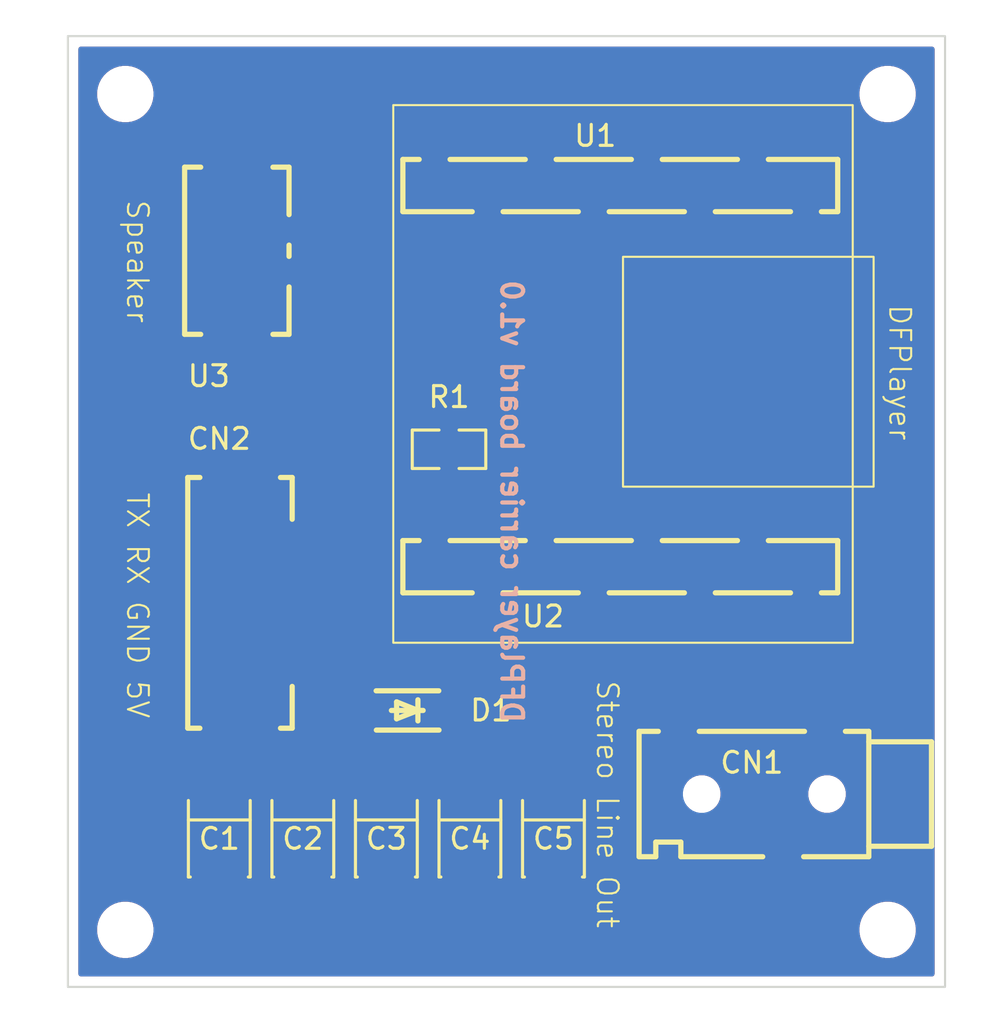
<source format=kicad_pcb>
(kicad_pcb
    (version 20241229)
    (generator "pcbnew")
    (generator_version "9.0")
    (general
        (thickness 1.600198)
        (legacy_teardrops no)
    )
    (paper "A4")
    (layers
        (0 "F.Cu" signal "Front")
        (4 "In1.Cu" signal)
        (6 "In2.Cu" signal)
        (2 "B.Cu" signal "Back")
        (13 "F.Paste" user)
        (15 "B.Paste" user)
        (5 "F.SilkS" user "F.Silkscreen")
        (7 "B.SilkS" user "B.Silkscreen")
        (1 "F.Mask" user)
        (3 "B.Mask" user)
        (25 "Edge.Cuts" user)
        (27 "Margin" user)
        (31 "F.CrtYd" user "F.Courtyard")
        (29 "B.CrtYd" user "B.Courtyard")
        (35 "F.Fab" user)
    )
    (setup
        (stackup
            (layer "F.SilkS"
                (type "Top Silk Screen")
            )
            (layer "F.Paste"
                (type "Top Solder Paste")
            )
            (layer "F.Mask"
                (type "Top Solder Mask")
                (thickness 0.01)
            )
            (layer "F.Cu"
                (type "copper")
                (thickness 0.035)
            )
            (layer "dielectric 1"
                (type "core")
                (thickness 0.480066)
                (material "FR4")
                (epsilon_r 4.5)
                (loss_tangent 0.02)
            )
            (layer "In1.Cu"
                (type "copper")
                (thickness 0.035)
            )
            (layer "dielectric 2"
                (type "prepreg")
                (thickness 0.480066)
                (material "FR4")
                (epsilon_r 4.5)
                (loss_tangent 0.02)
            )
            (layer "In2.Cu"
                (type "copper")
                (thickness 0.035)
            )
            (layer "dielectric 3"
                (type "core")
                (thickness 0.480066)
                (material "FR4")
                (epsilon_r 4.5)
                (loss_tangent 0.02)
            )
            (layer "B.Cu"
                (type "copper")
                (thickness 0.035)
            )
            (layer "B.Mask"
                (type "Bottom Solder Mask")
                (thickness 0.01)
            )
            (layer "B.Paste"
                (type "Bottom Solder Paste")
            )
            (layer "B.SilkS"
                (type "Bottom Silk Screen")
            )
            (copper_finish "None")
            (dielectric_constraints no)
        )
        (pad_to_mask_clearance 0)
        (solder_mask_min_width 0.12)
        (allow_soldermask_bridges_in_footprints no)
        (tenting front back)
        (pcbplotparams
            (layerselection 0x00000000_00000000_55555555_57557523)
            (plot_on_all_layers_selection 0x00000000_00000000_00000000_00000000)
            (disableapertmacros no)
            (usegerberextensions yes)
            (usegerberattributes no)
            (usegerberadvancedattributes no)
            (creategerberjobfile no)
            (dashed_line_dash_ratio 12)
            (dashed_line_gap_ratio 3)
            (svgprecision 4)
            (plotframeref no)
            (mode 1)
            (useauxorigin no)
            (hpglpennumber 1)
            (hpglpenspeed 20)
            (hpglpendiameter 15)
            (pdf_front_fp_property_popups yes)
            (pdf_back_fp_property_popups yes)
            (pdf_metadata yes)
            (pdf_single_document no)
            (dxfpolygonmode yes)
            (dxfimperialunits yes)
            (dxfusepcbnewfont yes)
            (psnegative no)
            (psa4output no)
            (plot_black_and_white yes)
            (plotinvisibletext no)
            (sketchpadsonfab no)
            (plotreference yes)
            (plotvalue yes)
            (plotpadnumbers no)
            (hidednponfab no)
            (sketchdnponfab yes)
            (crossoutdnponfab yes)
            (plotfptext yes)
            (subtractmaskfromsilk yes)
            (outputformat 1)
            (mirror no)
            (drillshape 0)
            (scaleselection 1)
            (outputdirectory "../../build/builds/JLPCB/")
        )
    )
    (net 0 "")
    (net 1 "_4")
    (net 2 "ADKEY_1")
    (net 3 "_6")
    (net 4 "ADKEY_2")
    (net 5 "_3")
    (net 6 "_5")
    (net 7 "USB_P")
    (net 8 "BUSY")
    (net 9 "IO_1")
    (net 10 "VCC")
    (net 11 "IO_2")
    (net 12 "df_header_left-RX")
    (net 13 "DAC_R")
    (net 14 "USB_M")
    (net 15 "DAC_L")
    (net 16 "SPK_1")
    (net 17 "SPK_2")
    (net 18 "footprint-RX")
    (net 19 "TX")
    (net 20 "GND")
    (net 21 "plus")
    (net 22 "footprint-contact-3")
    (net 23 "net")
    (net 24 "footprint-contact-2")
    (net 25 "footprint-contact-1")
    (net 26 "footprint-contact-0")
    (footprint "AVX_TAJB107K006RNJ:CASE-B_3528" (layer "F.Cu") (at 140.5 114.64 -90))
    (footprint "AVX_TAJB107K006RNJ:CASE-B_3528" (layer "F.Cu") (at 148.5 114.64 -90))
    (footprint "hanxia_HX_PM2_54_1x8P_TP_H8_5_YQ:HDR-SMD_8P-P2.54-V-F-S4.7" (layer "F.Cu") (at 151.7 83.38 0))
    (footprint "AVX_TAJB107K006RNJ:CASE-B_3528" (layer "F.Cu") (at 136.5 114.64 -90))
    (footprint "JST_Sales_America_B4B_PH_SM4_TB_LF__SN:CONN-SMD_B4B-PH-SM4-TB-LF-SN" (layer "F.Cu") (at 134.66 103.35 -90))
    (footprint "AVX_TAJB107K006RNJ:CASE-B_3528" (layer "F.Cu") (at 144.5 114.64 -90))
    (footprint "MDD_Microdiode_Electronics_SM4007PL:SOD-123F_L2.8-W1.8-LS3.7-RD" (layer "F.Cu") (at 141.5 108.5 180))
    (footprint "UNI_ROYAL_0805W8F1001T5E:R0805" (layer "F.Cu") (at 143.5 96 0))
    (footprint "AVX_TAJB107K006RNJ:CASE-B_3528" (layer "F.Cu") (at 132.5 114.64 -90))
    (footprint "MountingHole:MountingHole_2.2mm_M2" (layer "F.Cu") (at 164.5 119 0))
    (footprint "hanxia_HX_PM2_54_1x8P_TP_H8_5_YQ:HDR-SMD_8P-P2.54-V-F-S4.7" (layer "F.Cu") (at 151.7 101.62 0))
    (footprint "MountingHole:MountingHole_2.2mm_M2" (layer "F.Cu") (at 128 119 0))
    (footprint "JST_Sales_America_B2B_PH_SM4_TBT_LF__SN:CONN-SMD_B2B-PH-SM4-TBT-LF-SN" (layer "F.Cu") (at 134.47 86.5 90))
    (footprint "MountingHole:MountingHole_2.2mm_M2" (layer "F.Cu") (at 164.5 79 0))
    (footprint "SOFNG_PJ_320B:AUDIO-SMD_PJ-320B" (layer "F.Cu") (at 158 112.5 -90))
    (footprint "MountingHole:MountingHole_2.2mm_M2" (layer "F.Cu") (at 128 79 0))
    (zone
        (net 20)
        (net_name "GND")
        (layers "F.Cu")
        (uuid "c9675989-42a9-4289-afaf-4cc100163b28")
        (name "GND")
        (hatch edge 0.5)
        (connect_pads
            (clearance 0.5)
        )
        (min_thickness 0.25)
        (filled_areas_thickness no)
        (fill yes
            (thermal_gap 0.5)
            (thermal_bridge_width 0.5)
        )
        (polygon
            (pts
                (xy 123.25 75)
                (xy 168.75 75)
                (xy 168.75 123)
                (xy 123.25 123)
            )
        )
        (filled_polygon
            (layer "F.Cu")
            (pts
                (xy 166.692539 76.750185)
                (xy 166.738294 76.802989)
                (xy 166.7495 76.8545)
                (xy 166.7495 121.1055)
                (xy 166.729815 121.172539)
                (xy 166.677011 121.218294)
                (xy 166.6255 121.2295)
                (xy 125.8745 121.2295)
                (xy 125.807461 121.209815)
                (xy 125.761706 121.157011)
                (xy 125.7505 121.1055)
                (xy 125.7505 120.958053)
                (xy 131.897849 120.958053)
                (xy 146.354592 120.958053)
                (xy 146.354592 118.893713)
                (xy 163.1495 118.893713)
                (xy 163.1495 119.106286)
                (xy 163.182753 119.316239)
                (xy 163.248444 119.518414)
                (xy 163.344951 119.70782)
                (xy 163.46989 119.879786)
                (xy 163.620213 120.030109)
                (xy 163.792179 120.155048)
                (xy 163.792181 120.155049)
                (xy 163.792184 120.155051)
                (xy 163.981588 120.251557)
                (xy 164.183757 120.317246)
                (xy 164.393713 120.3505)
                (xy 164.393714 120.3505)
                (xy 164.606286 120.3505)
                (xy 164.606287 120.3505)
                (xy 164.816243 120.317246)
                (xy 165.018412 120.251557)
                (xy 165.207816 120.155051)
                (xy 165.229789 120.139086)
                (xy 165.379786 120.030109)
                (xy 165.379788 120.030106)
                (xy 165.379792 120.030104)
                (xy 165.530104 119.879792)
                (xy 165.530106 119.879788)
                (xy 165.530109 119.879786)
                (xy 165.655048 119.70782)
                (xy 165.655047 119.70782)
                (xy 165.655051 119.707816)
                (xy 165.751557 119.518412)
                (xy 165.817246 119.316243)
                (xy 165.8505 119.106287)
                (xy 165.8505 118.893713)
                (xy 165.817246 118.683757)
                (xy 165.751557 118.481588)
                (xy 165.655051 118.292184)
                (xy 165.655049 118.292181)
                (xy 165.655048 118.292179)
                (xy 165.530109 118.120213)
                (xy 165.379786 117.96989)
                (xy 165.20782 117.844951)
                (xy 165.018414 117.748444)
                (xy 165.018413 117.748443)
                (xy 165.018412 117.748443)
                (xy 164.816243 117.682754)
                (xy 164.816241 117.682753)
                (xy 164.81624 117.682753)
                (xy 164.654957 117.657208)
                (xy 164.606287 117.6495)
                (xy 164.393713 117.6495)
                (xy 164.345042 117.657208)
                (xy 164.18376 117.682753)
                (xy 163.981585 117.748444)
                (xy 163.792179 117.844951)
                (xy 163.620213 117.96989)
                (xy 163.46989 118.120213)
                (xy 163.344951 118.292179)
                (xy 163.248444 118.481585)
                (xy 163.182753 118.68376)
                (xy 163.1495 118.893713)
                (xy 146.354592 118.893713)
                (xy 146.354592 118.143129)
                (xy 131.897849 118.143129)
                (xy 131.897849 120.958053)
                (xy 125.7505 120.958053)
                (xy 125.7505 118.893713)
                (xy 126.6495 118.893713)
                (xy 126.6495 119.106286)
                (xy 126.682753 119.316239)
                (xy 126.748444 119.518414)
                (xy 126.844951 119.70782)
                (xy 126.96989 119.879786)
                (xy 127.120213 120.030109)
                (xy 127.292179 120.155048)
                (xy 127.292181 120.155049)
                (xy 127.292184 120.155051)
                (xy 127.481588 120.251557)
                (xy 127.683757 120.317246)
                (xy 127.893713 120.3505)
                (xy 127.893714 120.3505)
                (xy 128.106286 120.3505)
                (xy 128.106287 120.3505)
                (xy 128.316243 120.317246)
                (xy 128.518412 120.251557)
                (xy 128.707816 120.155051)
                (xy 128.729789 120.139086)
                (xy 128.879786 120.030109)
                (xy 128.879788 120.030106)
                (xy 128.879792 120.030104)
                (xy 129.030104 119.879792)
                (xy 129.030106 119.879788)
                (xy 129.030109 119.879786)
                (xy 129.155048 119.70782)
                (xy 129.155047 119.70782)
                (xy 129.155051 119.707816)
                (xy 129.251557 119.518412)
                (xy 129.317246 119.316243)
                (xy 129.3505 119.106287)
                (xy 129.3505 118.893713)
                (xy 129.317246 118.683757)
                (xy 129.251557 118.481588)
                (xy 129.155051 118.292184)
                (xy 129.118829 118.242328)
                (xy 129.062397 118.164655)
                (xy 129.062394 118.164652)
                (xy 129.046757 118.143129)
                (xy 129.030104 118.120208)
                (xy 128.879792 117.969896)
                (xy 128.879786 117.96989)
                (xy 128.70782 117.844951)
                (xy 128.518414 117.748444)
                (xy 128.518413 117.748443)
                (xy 128.518412 117.748443)
                (xy 128.316243 117.682754)
                (xy 128.316241 117.682753)
                (xy 128.31624 117.682753)
                (xy 128.154957 117.657208)
                (xy 128.106287 117.6495)
                (xy 127.893713 117.6495)
                (xy 127.845042 117.657208)
                (xy 127.68376 117.682753)
                (xy 127.481585 117.748444)
                (xy 127.292179 117.844951)
                (xy 127.120213 117.96989)
                (xy 126.96989 118.120213)
                (xy 126.844951 118.292179)
                (xy 126.748444 118.481585)
                (xy 126.682753 118.68376)
                (xy 126.6495 118.893713)
                (xy 125.7505 118.893713)
                (xy 125.7505 117.302844)
                (xy 130.81 117.302844)
                (xy 130.816401 117.362372)
                (xy 130.816403 117.362379)
                (xy 130.866645 117.497086)
                (xy 130.866649 117.497093)
                (xy 130.952809 117.612187)
                (xy 130.952812 117.61219)
                (xy 131.067906 117.69835)
                (xy 131.067913 117.698354)
                (xy 131.20262 117.748596)
                (xy 131.202627 117.748598)
                (xy 131.262155 117.754999)
                (xy 131.262172 117.755)
                (xy 132.25 117.755)
                (xy 132.75 117.755)
                (xy 133.737828 117.755)
                (xy 133.737844 117.754999)
                (xy 133.797372 117.748598)
                (xy 133.797379 117.748596)
                (xy 133.932086 117.698354)
                (xy 133.932093 117.69835)
                (xy 134.047187 117.61219)
                (xy 134.04719 117.612187)
                (xy 134.13335 117.497093)
                (xy 134.133354 117.497086)
                (xy 134.183596 117.362379)
                (xy 134.183598 117.362372)
                (xy 134.189999 117.302844)
                (xy 134.81 117.302844)
                (xy 134.816401 117.362372)
                (xy 134.816403 117.362379)
                (xy 134.866645 117.497086)
                (xy 134.866649 117.497093)
                (xy 134.952809 117.612187)
                (xy 134.952812 117.61219)
                (xy 135.067906 117.69835)
                (xy 135.067913 117.698354)
                (xy 135.20262 117.748596)
                (xy 135.202627 117.748598)
                (xy 135.262155 117.754999)
                (xy 135.262172 117.755)
                (xy 136.25 117.755)
                (xy 136.75 117.755)
                (xy 137.737828 117.755)
                (xy 137.737844 117.754999)
                (xy 137.797372 117.748598)
                (xy 137.797379 117.748596)
                (xy 137.932086 117.698354)
                (xy 137.932093 117.69835)
                (xy 138.047187 117.61219)
                (xy 138.04719 117.612187)
                (xy 138.13335 117.497093)
                (xy 138.133354 117.497086)
                (xy 138.183596 117.362379)
                (xy 138.183598 117.362372)
                (xy 138.189999 117.302844)
                (xy 138.81 117.302844)
                (xy 138.816401 117.362372)
                (xy 138.816403 117.362379)
                (xy 138.866645 117.497086)
                (xy 138.866649 117.497093)
                (xy 138.952809 117.612187)
                (xy 138.952812 117.61219)
                (xy 139.067906 117.69835)
                (xy 139.067913 117.698354)
                (xy 139.20262 117.748596)
                (xy 139.202627 117.748598)
                (xy 139.262155 117.754999)
                (xy 139.262172 117.755)
                (xy 140.25 117.755)
                (xy 140.75 117.755)
                (xy 141.737828 117.755)
                (xy 141.737844 117.754999)
                (xy 141.797372 117.748598)
                (xy 141.797379 117.748596)
                (xy 141.932086 117.698354)
                (xy 141.932093 117.69835)
                (xy 142.047187 117.61219)
                (xy 142.04719 117.612187)
                (xy 142.13335 117.497093)
                (xy 142.133354 117.497086)
                (xy 142.183596 117.362379)
                (xy 142.183598 117.362372)
                (xy 142.189999 117.302844)
                (xy 142.81 117.302844)
                (xy 142.816401 117.362372)
                (xy 142.816403 117.362379)
                (xy 142.866645 117.497086)
                (xy 142.866649 117.497093)
                (xy 142.952809 117.612187)
                (xy 142.952812 117.61219)
                (xy 143.067906 117.69835)
                (xy 143.067913 117.698354)
                (xy 143.20262 117.748596)
                (xy 143.202627 117.748598)
                (xy 143.262155 117.754999)
                (xy 143.262172 117.755)
                (xy 144.25 117.755)
                (xy 144.75 117.755)
                (xy 145.737828 117.755)
                (xy 145.737844 117.754999)
                (xy 145.797372 117.748598)
                (xy 145.797379 117.748596)
                (xy 145.932086 117.698354)
                (xy 145.932093 117.69835)
                (xy 146.047187 117.61219)
                (xy 146.04719 117.612187)
                (xy 146.13335 117.497093)
                (xy 146.133354 117.497086)
                (xy 146.183596 117.362379)
                (xy 146.183598 117.362372)
                (xy 146.189999 117.302844)
                (xy 146.81 117.302844)
                (xy 146.816401 117.362372)
                (xy 146.816403 117.362379)
                (xy 146.866645 117.497086)
                (xy 146.866649 117.497093)
                (xy 146.952809 117.612187)
                (xy 146.952812 117.61219)
                (xy 147.067906 117.69835)
                (xy 147.067913 117.698354)
                (xy 147.20262 117.748596)
                (xy 147.202627 117.748598)
                (xy 147.262155 117.754999)
                (xy 147.262172 117.755)
                (xy 148.25 117.755)
                (xy 148.75 117.755)
                (xy 149.737828 117.755)
                (xy 149.737844 117.754999)
                (xy 149.797372 117.748598)
                (xy 149.797379 117.748596)
                (xy 149.932086 117.698354)
                (xy 149.932093 117.69835)
                (xy 150.047187 117.61219)
                (xy 150.04719 117.612187)
                (xy 150.13335 117.497093)
                (xy 150.133354 117.497086)
                (xy 150.183596 117.362379)
                (xy 150.183598 117.362372)
                (xy 150.189999 117.302844)
                (xy 150.19 117.302827)
                (xy 150.19 116.75)
                (xy 148.75 116.75)
                (xy 148.75 117.755)
                (xy 148.25 117.755)
                (xy 148.25 116.75)
                (xy 146.81 116.75)
                (xy 146.81 117.302844)
                (xy 146.189999 117.302844)
                (xy 146.19 117.302827)
                (xy 146.19 116.75)
                (xy 144.75 116.75)
                (xy 144.75 117.755)
                (xy 144.25 117.755)
                (xy 144.25 116.75)
                (xy 142.81 116.75)
                (xy 142.81 117.302844)
                (xy 142.189999 117.302844)
                (xy 142.19 117.302827)
                (xy 142.19 116.75)
                (xy 140.75 116.75)
                (xy 140.75 117.755)
                (xy 140.25 117.755)
                (xy 140.25 116.75)
                (xy 138.81 116.75)
                (xy 138.81 117.302844)
                (xy 138.189999 117.302844)
                (xy 138.19 117.302827)
                (xy 138.19 116.75)
                (xy 136.75 116.75)
                (xy 136.75 117.755)
                (xy 136.25 117.755)
                (xy 136.25 116.75)
                (xy 134.81 116.75)
                (xy 134.81 117.302844)
                (xy 134.189999 117.302844)
                (xy 134.19 117.302827)
                (xy 134.19 116.75)
                (xy 132.75 116.75)
                (xy 132.75 117.755)
                (xy 132.25 117.755)
                (xy 132.25 116.75)
                (xy 130.81 116.75)
                (xy 130.81 117.302844)
                (xy 125.7505 117.302844)
                (xy 125.7505 115.697155)
                (xy 130.81 115.697155)
                (xy 130.81 116.25)
                (xy 132.25 116.25)
                (xy 132.75 116.25)
                (xy 134.19 116.25)
                (xy 134.19 115.697172)
                (xy 134.189999 115.697155)
                (xy 134.81 115.697155)
                (xy 134.81 116.25)
                (xy 136.25 116.25)
                (xy 136.75 116.25)
                (xy 138.19 116.25)
                (xy 138.19 115.697172)
                (xy 138.189999 115.697155)
                (xy 138.81 115.697155)
                (xy 138.81 116.25)
                (xy 140.25 116.25)
                (xy 140.75 116.25)
                (xy 142.19 116.25)
                (xy 142.19 115.697172)
                (xy 142.189999 115.697155)
                (xy 142.81 115.697155)
                (xy 142.81 116.25)
                (xy 144.25 116.25)
                (xy 144.75 116.25)
                (xy 146.19 116.25)
                (xy 146.19 115.697172)
                (xy 146.189999 115.697155)
                (xy 146.81 115.697155)
                (xy 146.81 116.25)
                (xy 148.25 116.25)
                (xy 148.75 116.25)
                (xy 150.19 116.25)
                (xy 150.19 115.697172)
                (xy 150.189999 115.697155)
                (xy 150.183598 115.637627)
                (xy 150.183596 115.63762)
                (xy 150.133354 115.502913)
                (xy 150.13335 115.502906)
                (xy 150.04719 115.387812)
                (xy 150.047187 115.387809)
                (xy 149.932093 115.301649)
                (xy 149.932086 115.301645)
                (xy 149.797379 115.251403)
                (xy 149.797372 115.251401)
                (xy 149.737844 115.245)
                (xy 148.75 115.245)
                (xy 148.75 116.25)
                (xy 148.25 116.25)
                (xy 148.25 115.245)
                (xy 147.262155 115.245)
                (xy 147.202627 115.251401)
                (xy 147.20262 115.251403)
                (xy 147.067913 115.301645)
                (xy 147.067906 115.301649)
                (xy 146.952812 115.387809)
                (xy 146.952809 115.387812)
                (xy 146.866649 115.502906)
                (xy 146.866645 115.502913)
                (xy 146.816403 115.63762)
                (xy 146.816401 115.637627)
                (xy 146.81 115.697155)
                (xy 146.189999 115.697155)
                (xy 146.183598 115.637627)
                (xy 146.183596 115.63762)
                (xy 146.133354 115.502913)
                (xy 146.13335 115.502906)
                (xy 146.04719 115.387812)
                (xy 146.047187 115.387809)
                (xy 145.932093 115.301649)
                (xy 145.932086 115.301645)
                (xy 145.797379 115.251403)
                (xy 145.797372 115.251401)
                (xy 145.737844 115.245)
                (xy 144.75 115.245)
                (xy 144.75 116.25)
                (xy 144.25 116.25)
                (xy 144.25 115.245)
                (xy 143.262155 115.245)
                (xy 143.202627 115.251401)
                (xy 143.20262 115.251403)
                (xy 143.067913 115.301645)
                (xy 143.067906 115.301649)
                (xy 142.952812 115.387809)
                (xy 142.952809 115.387812)
                (xy 142.866649 115.502906)
                (xy 142.866645 115.502913)
                (xy 142.816403 115.63762)
                (xy 142.816401 115.637627)
                (xy 142.81 115.697155)
                (xy 142.189999 115.697155)
                (xy 142.183598 115.637627)
                (xy 142.183596 115.63762)
                (xy 142.133354 115.502913)
                (xy 142.13335 115.502906)
                (xy 142.04719 115.387812)
                (xy 142.047187 115.387809)
                (xy 141.932093 115.301649)
                (xy 141.932086 115.301645)
                (xy 141.797379 115.251403)
                (xy 141.797372 115.251401)
                (xy 141.737844 115.245)
                (xy 140.75 115.245)
                (xy 140.75 116.25)
                (xy 140.25 116.25)
                (xy 140.25 115.245)
                (xy 139.262155 115.245)
                (xy 139.202627 115.251401)
                (xy 139.20262 115.251403)
                (xy 139.067913 115.301645)
                (xy 139.067906 115.301649)
                (xy 138.952812 115.387809)
                (xy 138.952809 115.387812)
                (xy 138.866649 115.502906)
                (xy 138.866645 115.502913)
                (xy 138.816403 115.63762)
                (xy 138.816401 115.637627)
                (xy 138.81 115.697155)
                (xy 138.189999 115.697155)
                (xy 138.183598 115.637627)
                (xy 138.183596 115.63762)
                (xy 138.133354 115.502913)
                (xy 138.13335 115.502906)
                (xy 138.04719 115.387812)
                (xy 138.047187 115.387809)
                (xy 137.932093 115.301649)
                (xy 137.932086 115.301645)
                (xy 137.797379 115.251403)
                (xy 137.797372 115.251401)
                (xy 137.737844 115.245)
                (xy 136.75 115.245)
                (xy 136.75 116.25)
                (xy 136.25 116.25)
                (xy 136.25 115.245)
                (xy 135.262155 115.245)
                (xy 135.202627 115.251401)
                (xy 135.20262 115.251403)
                (xy 135.067913 115.301645)
                (xy 135.067906 115.301649)
                (xy 134.952812 115.387809)
                (xy 134.952809 115.387812)
                (xy 134.866649 115.502906)
                (xy 134.866645 115.502913)
                (xy 134.816403 115.63762)
                (xy 134.816401 115.637627)
                (xy 134.81 115.697155)
                (xy 134.189999 115.697155)
                (xy 134.183598 115.637627)
                (xy 134.183596 115.63762)
                (xy 134.133354 115.502913)
                (xy 134.13335 115.502906)
                (xy 134.04719 115.387812)
                (xy 134.047187 115.387809)
                (xy 133.932093 115.301649)
                (xy 133.932086 115.301645)
                (xy 133.797379 115.251403)
                (xy 133.797372 115.251401)
                (xy 133.737844 115.245)
                (xy 132.75 115.245)
                (xy 132.75 116.25)
                (xy 132.25 116.25)
                (xy 132.25 115.245)
                (xy 131.262155 115.245)
                (xy 131.202627 115.251401)
                (xy 131.20262 115.251403)
                (xy 131.067913 115.301645)
                (xy 131.067906 115.301649)
                (xy 130.952812 115.387809)
                (xy 130.952809 115.387812)
                (xy 130.866649 115.502906)
                (xy 130.866645 115.502913)
                (xy 130.816403 115.63762)
                (xy 130.816401 115.637627)
                (xy 130.81 115.697155)
                (xy 125.7505 115.697155)
                (xy 125.7505 111.977135)
                (xy 130.8095 111.977135)
                (xy 130.8095 113.58287)
                (xy 130.809501 113.582876)
                (xy 130.815908 113.642483)
                (xy 130.866202 113.777328)
                (xy 130.866206 113.777335)
                (xy 130.952452 113.892544)
                (xy 130.952455 113.892547)
                (xy 131.067664 113.978793)
                (xy 131.067671 113.978797)
                (xy 131.202517 114.029091)
                (xy 131.202516 114.029091)
                (xy 131.209444 114.029835)
                (xy 131.262127 114.0355)
                (xy 133.737872 114.035499)
                (xy 133.797483 114.029091)
                (xy 133.932331 113.978796)
                (xy 134.047546 113.892546)
                (xy 134.133796 113.777331)
                (xy 134.184091 113.642483)
                (xy 134.1905 113.582873)
                (xy 134.1905 113.5645)
                (xy 134.210185 113.497461)
                (xy 134.262989 113.451706)
                (xy 134.3145 113.4405)
                (xy 134.685501 113.4405)
                (xy 134.75254 113.460185)
                (xy 134.798295 113.512989)
                (xy 134.809501 113.5645)
                (xy 134.809501 113.582876)
                (xy 134.815908 113.642483)
                (xy 134.866202 113.777328)
                (xy 134.866206 113.777335)
                (xy 134.952452 113.892544)
                (xy 134.952455 113.892547)
                (xy 135.067664 113.978793)
                (xy 135.067671 113.978797)
                (xy 135.202517 114.029091)
                (xy 135.202516 114.029091)
                (xy 135.209444 114.029835)
                (xy 135.262127 114.0355)
                (xy 137.737872 114.035499)
                (xy 137.797483 114.029091)
                (xy 137.932331 113.978796)
                (xy 138.047546 113.892546)
                (xy 138.133796 113.777331)
                (xy 138.184091 113.642483)
                (xy 138.1905 113.582873)
                (xy 138.1905 113.5645)
                (xy 138.210185 113.497461)
                (xy 138.262989 113.451706)
                (xy 138.3145 113.4405)
                (xy 138.685501 113.4405)
                (xy 138.75254 113.460185)
                (xy 138.798295 113.512989)
                (xy 138.809501 113.5645)
                (xy 138.809501 113.582876)
                (xy 138.815908 113.642483)
                (xy 138.866202 113.777328)
                (xy 138.866206 113.777335)
                (xy 138.952452 113.892544)
                (xy 138.952455 113.892547)
                (xy 139.067664 113.978793)
                (xy 139.067671 113.978797)
                (xy 139.202517 114.029091)
                (xy 139.202516 114.029091)
                (xy 139.209444 114.029835)
                (xy 139.262127 114.0355)
                (xy 141.737872 114.035499)
                (xy 141.797483 114.029091)
                (xy 141.932331 113.978796)
                (xy 142.047546 113.892546)
                (xy 142.133796 113.777331)
                (xy 142.184091 113.642483)
                (xy 142.1905 113.582873)
                (xy 142.1905 113.5645)
                (xy 142.210185 113.497461)
                (xy 142.262989 113.451706)
                (xy 142.3145 113.4405)
                (xy 142.685501 113.4405)
                (xy 142.75254 113.460185)
                (xy 142.798295 113.512989)
                (xy 142.809501 113.5645)
                (xy 142.809501 113.582876)
                (xy 142.815908 113.642483)
                (xy 142.866202 113.777328)
                (xy 142.866206 113.777335)
                (xy 142.952452 113.892544)
                (xy 142.952455 113.892547)
                (xy 143.067664 113.978793)
                (xy 143.067671 113.978797)
                (xy 143.202517 114.029091)
                (xy 143.202516 114.029091)
                (xy 143.209444 114.029835)
                (xy 143.262127 114.0355)
                (xy 145.737872 114.035499)
                (xy 145.797483 114.029091)
                (xy 145.932331 113.978796)
                (xy 146.047546 113.892546)
                (xy 146.133796 113.777331)
                (xy 146.140293 113.75991)
                (xy 146.177123 113.661167)
                (xy 146.218994 113.605233)
                (xy 146.284459 113.580816)
                (xy 146.293305 113.5805)
                (xy 146.706695 113.5805)
                (xy 146.773734 113.600185)
                (xy 146.819489 113.652989)
                (xy 146.822877 113.661167)
                (xy 146.866202 113.777328)
                (xy 146.866206 113.777335)
                (xy 146.952452 113.892544)
                (xy 146.952455 113.892547)
                (xy 147.067664 113.978793)
                (xy 147.067671 113.978797)
                (xy 147.202517 114.029091)
                (xy 147.202516 114.029091)
                (xy 147.209444 114.029835)
                (xy 147.262127 114.0355)
                (xy 149.737872 114.035499)
                (xy 149.797483 114.029091)
                (xy 149.932331 113.978796)
                (xy 150.047546 113.892546)
                (xy 150.133796 113.777331)
                (xy 150.184091 113.642483)
                (xy 150.1905 113.582873)
                (xy 150.190499 111.977128)
                (xy 150.184091 111.917517)
                (xy 150.177122 111.898833)
                (xy 150.133797 111.782671)
                (xy 150.133793 111.782664)
                (xy 150.047547 111.667455)
                (xy 150.047544 111.667452)
                (xy 149.932335 111.581206)
                (xy 149.932328 111.581202)
                (xy 149.797482 111.530908)
                (xy 149.797483 111.530908)
                (xy 149.737883 111.524501)
                (xy 149.737881 111.5245)
                (xy 149.737873 111.5245)
                (xy 149.737864 111.5245)
                (xy 147.262129 111.5245)
                (xy 147.262123 111.524501)
                (xy 147.202516 111.530908)
                (xy 147.067671 111.581202)
                (xy 147.067664 111.581206)
                (xy 146.952455 111.667452)
                (xy 146.952452 111.667455)
                (xy 146.866206 111.782664)
                (xy 146.866202 111.782671)
                (xy 146.822877 111.898833)
                (xy 146.781006 111.954767)
                (xy 146.715541 111.979184)
                (xy 146.706695 111.9795)
                (xy 146.293305 111.9795)
                (xy 146.226266 111.959815)
                (xy 146.180511 111.907011)
                (xy 146.177123 111.898833)
                (xy 146.133797 111.782671)
                (xy 146.133793 111.782664)
                (xy 146.047547 111.667455)
                (xy 146.047544 111.667452)
                (xy 145.932335 111.581206)
                (xy 145.932328 111.581202)
                (xy 145.797482 111.530908)
                (xy 145.797483 111.530908)
                (xy 145.737883 111.524501)
                (xy 145.737881 111.5245)
                (xy 145.737873 111.5245)
                (xy 145.737864 111.5245)
                (xy 143.262129 111.5245)
                (xy 143.262123 111.524501)
                (xy 143.194804 111.531738)
                (xy 143.194538 111.529267)
                (xy 143.136919 111.526166)
                (xy 143.080257 111.485286)
                (xy 143.054691 111.420261)
                (xy 143.068338 111.351737)
                (xy 143.090516 111.321561)
                (xy 143.671789 110.740289)
                (xy 143.759394 110.609179)
                (xy 143.819738 110.463497)
                (xy 143.8505 110.308842)
                (xy 143.8505 110.151157)
                (xy 143.8505 109.56232)
                (xy 143.870185 109.495281)
                (xy 143.900192 109.463051)
                (xy 143.907546 109.457546)
                (xy 143.993796 109.342331)
                (xy 144.044091 109.207483)
                (xy 144.0505 109.147873)
                (xy 144.050499 107.852128)
                (xy 144.044091 107.792517)
                (xy 144.029027 107.752129)
                (xy 143.993797 107.657671)
                (xy 143.993793 107.657664)
                (xy 143.907548 107.542457)
                (xy 143.907546 107.542454)
                (xy 143.907542 107.542451)
                (xy 143.90754 107.542449)
                (xy 143.900187 107.536944)
                (xy 143.858317 107.481009)
                (xy 143.8505 107.437679)
                (xy 143.8505 106.471157)
                (xy 143.844386 106.440424)
                (xy 143.844386 106.440421)
                (xy 143.819739 106.31651)
                (xy 143.819736 106.316501)
                (xy 143.759397 106.170827)
                (xy 143.75939 106.170814)
                (xy 143.671789 106.039711)
                (xy 143.671786 106.039707)
                (xy 143.646819 106.01474)
                (xy 143.613334 105.953417)
                (xy 143.6105 105.927059)
                (xy 143.6105 102.089805)
                (xy 143.630185 102.022766)
                (xy 143.660188 101.990539)
                (xy 143.677546 101.977546)
                (xy 143.763796 101.862331)
                (xy 143.814091 101.727483)
                (xy 143.8205 101.667873)
                (xy 143.820499 98.572128)
                (xy 143.814091 98.512517)
                (xy 143.809286 98.499635)
                (xy 143.763797 98.377671)
                (xy 143.763793 98.377664)
                (xy 143.677547 98.262455)
                (xy 143.677544 98.262452)
                (xy 143.562335 98.176206)
                (xy 143.562328 98.176202)
                (xy 143.427482 98.125908)
                (xy 143.427483 98.125908)
                (xy 143.367883 98.119501)
                (xy 143.367881 98.1195)
                (xy 143.367873 98.1195)
                (xy 143.367864 98.1195)
                (xy 142.252129 98.1195)
                (xy 142.252123 98.119501)
                (xy 142.192516 98.125908)
                (xy 142.057671 98.176202)
                (xy 142.057664 98.176206)
                (xy 141.942455 98.262452)
                (xy 141.942452 98.262455)
                (xy 141.856206 98.377664)
                (xy 141.856202 98.377671)
                (xy 141.840682 98.419284)
                (xy 141.798811 98.475218)
                (xy 141.733346 98.499635)
                (xy 141.665073 98.484783)
                (xy 141.615668 98.435378)
                (xy 141.6005 98.375951)
                (xy 141.6005 97.300097)
                (xy 141.609144 97.270656)
                (xy 141.615668 97.24067)
                (xy 141.619422 97.235654)
                (xy 141.620185 97.233058)
                (xy 141.636819 97.212416)
                (xy 141.652904 97.196331)
                (xy 141.714227 97.162846)
                (xy 141.783919 97.16783)
                (xy 141.827517 97.184091)
                (xy 141.887127 97.1905)
                (xy 143.112872 97.190499)
                (xy 143.172483 97.184091)
                (xy 143.307331 97.133796)
                (xy 143.422546 97.047546)
                (xy 143.422546 97.047545)
                (xy 143.425689 97.045193)
                (xy 143.491153 97.020776)
                (xy 143.559426 97.035627)
                (xy 143.574311 97.045193)
                (xy 143.577453 97.047545)
                (xy 143.577454 97.047546)
                (xy 143.692669 97.133796)
                (xy 143.692671 97.133797)
                (xy 143.827517 97.184091)
                (xy 143.827516 97.184091)
                (xy 143.834444 97.184835)
                (xy 143.887127 97.1905)
                (xy 144.7755 97.190499)
                (xy 144.842539 97.210183)
                (xy 144.888294 97.262987)
                (xy 144.8995 97.314499)
                (xy 144.8995 100.996573)
                (xy 144.879815 101.063612)
                (xy 144.827011 101.109367)
                (xy 144.788755 101.119863)
                (xy 144.732516 101.125909)
                (xy 144.597671 101.176202)
                (xy 144.597664 101.176206)
                (xy 144.482455 101.262452)
                (xy 144.482452 101.262455)
                (xy 144.396206 101.377664)
                (xy 144.396202 101.377671)
                (xy 144.345908 101.512517)
                (xy 144.339857 101.568806)
                (xy 144.339501 101.572123)
                (xy 144.3395 101.572135)
                (xy 144.3395 104.66787)
                (xy 144.339501 104.667876)
                (xy 144.345908 104.727483)
                (xy 144.396202 104.862328)
                (xy 144.396206 104.862335)
                (xy 144.482452 104.977544)
                (xy 144.482455 104.977547)
                (xy 144.597664 105.063793)
                (xy 144.597671 105.063797)
                (xy 144.732517 105.114091)
                (xy 144.732516 105.114091)
                (xy 144.739444 105.114835)
                (xy 144.792127 105.1205)
                (xy 145.907872 105.120499)
                (xy 145.967483 105.114091)
                (xy 146.102331 105.063796)
                (xy 146.217546 104.977546)
                (xy 146.303796 104.862331)
                (xy 146.354091 104.727483)
                (xy 146.3605 104.667873)
                (xy 146.360499 101.572128)
                (xy 146.354091 101.512517)
                (xy 146.346608 101.492455)
                (xy 146.303797 101.377671)
                (xy 146.303793 101.377664)
                (xy 146.217547 101.262455)
                (xy 146.21754 101.26245)
                (xy 146.200187 101.249459)
                (xy 146.150188 101.212029)
                (xy 146.108318 101.156095)
                (xy 146.1005 101.112763)
                (xy 146.1005 97.08906)
                (xy 146.100501 97.089047)
                (xy 146.100501 96.920944)
                (xy 146.059576 96.768214)
                (xy 146.059573 96.768209)
                (xy 145.980524 96.63129)
                (xy 145.980518 96.631282)
                (xy 145.601818 96.252582)
                (xy 145.568333 96.191259)
                (xy 145.565499 96.164901)
                (xy 145.565499 95.262129)
                (xy 145.565498 95.262123)
                (xy 145.565497 95.262116)
                (xy 145.559091 95.202517)
                (xy 145.513043 95.079057)
                (xy 145.508797 95.067671)
                (xy 145.508793 95.067664)
                (xy 145.422547 94.952455)
                (xy 145.422544 94.952452)
                (xy 145.307335 94.866206)
                (xy 145.307328 94.866202)
                (xy 145.172482 94.815908)
                (xy 145.172483 94.815908)
                (xy 145.112883 94.809501)
                (xy 145.112881 94.8095)
                (xy 145.112873 94.8095)
                (xy 145.112864 94.8095)
                (xy 143.887129 94.8095)
                (xy 143.887123 94.809501)
                (xy 143.827516 94.815908)
                (xy 143.692671 94.866202)
                (xy 143.692669 94.866203)
                (xy 143.574311 94.954807)
                (xy 143.508847 94.979224)
                (xy 143.440574 94.964373)
                (xy 143.425689 94.954807)
                (xy 143.30733 94.866203)
                (xy 143.307328 94.866202)
                (xy 143.172482 94.815908)
                (xy 143.172483 94.815908)
                (xy 143.112883 94.809501)
                (xy 143.112881 94.8095)
                (xy 143.112873 94.8095)
                (xy 143.112864 94.8095)
                (xy 141.887129 94.8095)
                (xy 141.887123 94.809501)
                (xy 141.827516 94.815908)
                (xy 141.692671 94.866202)
                (xy 141.692664 94.866206)
                (xy 141.577455 94.952452)
                (xy 141.577452 94.952455)
                (xy 141.491206 95.067664)
                (xy 141.491202 95.067671)
                (xy 141.440908 95.202517)
                (xy 141.434501 95.262116)
                (xy 141.434501 95.262123)
                (xy 141.4345 95.262135)
                (xy 141.4345 95.664901)
                (xy 141.414815 95.73194)
                (xy 141.39818 95.752582)
                (xy 140.631286 96.519478)
                (xy 140.631284 96.51948)
                (xy 140.575382 96.575381)
                (xy 140.519481 96.631282)
                (xy 140.515627 96.637957)
                (xy 140.505093 96.656204)
                (xy 140.440423 96.768215)
                (xy 140.399499 96.920943)
                (xy 140.399499 96.920944)
                (xy 140.399499 96.920945)
                (xy 140.399499 97.089046)
                (xy 140.3995 97.089059)
                (xy 140.3995 99.369902)
                (xy 140.379815 99.436941)
                (xy 140.363181 99.457583)
                (xy 139.53218 100.288584)
                (xy 139.470857 100.322069)
                (xy 139.401165 100.317085)
                (xy 139.345232 100.275213)
                (xy 139.320815 100.209749)
                (xy 139.320499 100.200903)
                (xy 139.320499 99.802129)
                (xy 139.320498 99.802123)
                (xy 139.320497 99.802116)
                (xy 139.314091 99.742517)
                (xy 139.263796 99.607669)
                (xy 139.263795 99.607668)
                (xy 139.263793 99.607664)
                (xy 139.177547 99.492455)
                (xy 139.177544 99.492452)
                (xy 139.062335 99.406206)
                (xy 139.062328 99.406202)
                (xy 138.927482 99.355908)
                (xy 138.927483 99.355908)
                (xy 138.867883 99.349501)
                (xy 138.867881 99.3495)
                (xy 138.867873 99.3495)
                (xy 138.867865 99.3495)
                (xy 138.799096 99.3495)
                (xy 138.77785 99.343261)
                (xy 138.755763 99.341682)
                (xy 138.744979 99.333609)
                (xy 138.732057 99.329815)
                (xy 138.717558 99.313083)
                (xy 138.699829 99.299811)
                (xy 138.695121 99.287188)
                (xy 138.686302 99.277011)
                (xy 138.68315 99.255094)
                (xy 138.675412 99.234346)
                (xy 138.678274 99.221185)
                (xy 138.676358 99.207853)
                (xy 138.685557 99.187709)
                (xy 138.690264 99.166073)
                (xy 138.703533 99.148345)
                (xy 138.705383 99.144297)
                (xy 138.7114 99.137833)
                (xy 138.868713 98.980521)
                (xy 138.868716 98.98052)
                (xy 138.98052 98.868716)
                (xy 139.030639 98.781904)
                (xy 139.059577 98.731785)
                (xy 139.1005 98.579057)
                (xy 139.1005 98.420943)
                (xy 139.1005 95.300097)
                (xy 139.120185 95.233058)
                (xy 139.136819 95.212416)
                (xy 140.212416 94.136819)
                (xy 140.273739 94.103334)
                (xy 140.300097 94.1005)
                (xy 146.199903 94.1005)
                (xy 146.266942 94.120185)
                (xy 146.287584 94.136819)
                (xy 147.253181 95.102416)
                (xy 147.286666 95.163739)
                (xy 147.2895 95.190097)
                (xy 147.2895 98.033479)
                (xy 147.269815 98.100518)
                (xy 147.217011 98.146273)
                (xy 147.208833 98.149661)
                (xy 147.137671 98.176202)
                (xy 147.137664 98.176206)
                (xy 147.022455 98.262452)
                (xy 147.022452 98.262455)
                (xy 146.936206 98.377664)
                (xy 146.936202 98.377671)
                (xy 146.885908 98.512517)
                (xy 146.879501 98.572116)
                (xy 146.879501 98.572123)
                (xy 146.8795 98.572135)
                (xy 146.8795 101.66787)
                (xy 146.879501 101.667876)
                (xy 146.885908 101.727483)
                (xy 146.936202 101.862328)
                (xy 146.936206 101.862335)
                (xy 147.022452 101.977544)
                (xy 147.022455 101.977547)
                (xy 147.137664 102.063793)
                (xy 147.137671 102.063797)
                (xy 147.272517 102.114091)
                (xy 147.272516 102.114091)
                (xy 147.279444 102.114835)
                (xy 147.332127 102.1205)
                (xy 148.447872 102.120499)
                (xy 148.507483 102.114091)
                (xy 148.642331 102.063796)
                (xy 148.757546 101.977546)
                (xy 148.843796 101.862331)
                (xy 148.894091 101.727483)
                (xy 148.9005 101.667873)
                (xy 148.9005 101.572135)
                (xy 149.4195 101.572135)
                (xy 149.4195 104.66787)
                (xy 149.419501 104.667876)
                (xy 149.425908 104.727483)
                (xy 149.476202 104.862328)
                (xy 149.476206 104.862335)
                (xy 149.562452 104.977544)
                (xy 149.562455 104.977547)
                (xy 149.677664 105.063793)
                (xy 149.677673 105.063798)
                (xy 149.748832 105.090338)
                (xy 149.804766 105.132208)
                (xy 149.829184 105.197672)
                (xy 149.8295 105.20652)
                (xy 149.8295 108.658958)
                (xy 149.829499 108.658976)
                (xy 149.829499 108.824682)
                (xy 149.829498 108.824682)
                (xy 149.870424 108.977417)
                (xy 149.870425 108.977418)
                (xy 149.889403 109.010288)
                (xy 149.889404 109.010289)
                (xy 149.949477 109.11434)
                (xy 149.949481 109.114345)
                (xy 150.068349 109.233213)
                (xy 150.068355 109.233218)
                (xy 157.699511 116.864374)
                (xy 157.699521 116.864385)
                (xy 157.703851 116.868715)
                (xy 157.703852 116.868716)
                (xy 157.815656 116.98052)
                (xy 157.902467 117.030639)
                (xy 157.902469 117.030641)
                (xy 157.940523 117.052611)
                (xy 157.952587 117.059577)
                (xy 158.105315 117.1005)
                (xy 158.125501 117.1005)
                (xy 158.19254 117.120185)
                (xy 158.238295 117.172989)
                (xy 158.249501 117.2245)
                (xy 158.249501 118.047876)
                (xy 158.255908 118.107483)
                (xy 158.306202 118.242328)
                (xy 158.306206 118.242335)
                (xy 158.392452 118.357544)
                (xy 158.392455 118.357547)
                (xy 158.507664 118.443793)
                (xy 158.507671 118.443797)
                (xy 158.642517 118.494091)
                (xy 158.642516 118.494091)
                (xy 158.649444 118.494835)
                (xy 158.702127 118.5005)
                (xy 160.297872 118.500499)
                (xy 160.357483 118.494091)
                (xy 160.492331 118.443796)
                (xy 160.607546 118.357546)
                (xy 160.693796 118.242331)
                (xy 160.744091 118.107483)
                (xy 160.7505 118.047873)
                (xy 160.750499 114.952128)
                (xy 160.744091 114.892517)
                (xy 160.693796 114.757669)
                (xy 160.693795 114.757668)
                (xy 160.693793 114.757664)
                (xy 160.607547 114.642455)
                (xy 160.607544 114.642452)
                (xy 160.492335 114.556206)
                (xy 160.492328 114.556202)
                (xy 160.357482 114.505908)
                (xy 160.357483 114.505908)
                (xy 160.297883 114.499501)
                (xy 160.297881 114.4995)
                (xy 160.297873 114.4995)
                (xy 160.297864 114.4995)
                (xy 158.702129 114.4995)
                (xy 158.702123 114.499501)
                (xy 158.642516 114.505908)
                (xy 158.507671 114.556202)
                (xy 158.507664 114.556206)
                (xy 158.392455 114.642452)
                (xy 158.392452 114.642455)
                (xy 158.306206 114.757664)
                (xy 158.306202 114.757671)
                (xy 158.255908 114.892517)
                (xy 158.249501 114.952116)
                (xy 158.249501 114.952123)
                (xy 158.2495 114.952135)
                (xy 158.2495 115.416531)
                (xy 158.229815 115.48357)
                (xy 158.177011 115.529325)
                (xy 158.107853 115.539269)
                (xy 158.044297 115.510244)
                (xy 158.037819 115.504212)
                (xy 156.016536 113.482929)
                (xy 155.983051 113.421606)
                (xy 155.988035 113.351914)
                (xy 156.029907 113.295981)
                (xy 156.035318 113.292152)
                (xy 156.174035 113.199464)
                (xy 156.299464 113.074035)
                (xy 156.398013 112.926547)
                (xy 156.465894 112.762666)
                (xy 156.5005 112.588691)
                (xy 156.5005 112.411309)
                (xy 156.5005 112.411306)
                (xy 156.500499 112.411304)
                (xy 160.6995 112.411304)
                (xy 160.6995 112.588695)
                (xy 160.734103 112.762658)
                (xy 160.734106 112.762667)
                (xy 160.801983 112.92654)
                (xy 160.80199 112.926553)
                (xy 160.900535 113.074034)
                (xy 160.900538 113.074038)
                (xy 161.025961 113.199461)
                (xy 161.025965 113.199464)
                (xy 161.173446 113.298009)
                (xy 161.173459 113.298016)
                (xy 161.296363 113.348923)
                (xy 161.337334 113.365894)
                (xy 161.337336 113.365894)
                (xy 161.337341 113.365896)
                (xy 161.511304 113.400499)
                (xy 161.511307 113.4005)
                (xy 161.511309 113.4005)
                (xy 161.688693 113.4005)
                (xy 161.688694 113.400499)
                (xy 161.746682 113.388964)
                (xy 161.862658 113.365896)
                (xy 161.862661 113.365894)
                (xy 161.862666 113.365894)
                (xy 162.026547 113.298013)
                (xy 162.174035 113.199464)
                (xy 162.299464 113.074035)
                (xy 162.398013 112.926547)
                (xy 162.465894 112.762666)
                (xy 162.5005 112.588691)
                (xy 162.5005 112.411309)
                (xy 162.5005 112.411306)
                (xy 162.500499 112.411304)
                (xy 162.465896 112.237341)
                (xy 162.465893 112.237332)
                (xy 162.398016 112.073459)
                (xy 162.398009 112.073446)
                (xy 162.299464 111.925965)
                (xy 162.299461 111.925961)
                (xy 162.174038 111.800538)
                (xy 162.174034 111.800535)
                (xy 162.026553 111.70199)
                (xy 162.02654 111.701983)
                (xy 161.862667 111.634106)
                (xy 161.862658 111.634103)
                (xy 161.688694 111.5995)
                (xy 161.688691 111.5995)
                (xy 161.511309 111.5995)
                (xy 161.511306 111.5995)
                (xy 161.337341 111.634103)
                (xy 161.337332 111.634106)
                (xy 161.173459 111.701983)
                (xy 161.173446 111.70199)
                (xy 161.025965 111.800535)
                (xy 161.025961 111.800538)
                (xy 160.900538 111.925961)
                (xy 160.900535 111.925965)
                (xy 160.80199 112.073446)
                (xy 160.801983 112.073459)
                (xy 160.734106 112.237332)
                (xy 160.734103 112.237341)
                (xy 160.6995 112.411304)
                (xy 156.500499 112.411304)
                (xy 156.465896 112.237341)
                (xy 156.465893 112.237332)
                (xy 156.398016 112.073459)
                (xy 156.398009 112.073446)
                (xy 156.299464 111.925965)
                (xy 156.299461 111.925961)
                (xy 156.174038 111.800538)
                (xy 156.174034 111.800535)
                (xy 156.026553 111.70199)
                (xy 156.02654 111.701983)
                (xy 155.862667 111.634106)
                (xy 155.862658 111.634103)
                (xy 155.688694 111.5995)
                (xy 155.688691 111.5995)
                (xy 155.511309 111.5995)
                (xy 155.511306 111.5995)
                (xy 155.337341 111.634103)
                (xy 155.337332 111.634106)
                (xy 155.173459 111.701983)
                (xy 155.173446 111.70199)
                (xy 155.025965 111.800535)
                (xy 155.025961 111.800538)
                (xy 154.900538 111.925961)
                (xy 154.900535 111.925965)
                (xy 154.807853 112.064673)
                (xy 154.75424 112.109478)
                (xy 154.684915 112.118185)
                (xy 154.621888 112.08803)
                (xy 154.61707 112.083463)
                (xy 151.066819 108.533212)
                (xy 151.033334 108.471889)
                (xy 151.0305 108.445531)
                (xy 151.0305 105.20652)
                (xy 151.050185 105.139481)
                (xy 151.102989 105.093726)
                (xy 151.111168 105.090338)
                (xy 151.182326 105.063798)
                (xy 151.182326 105.063797)
                (xy 151.182331 105.063796)
                (xy 151.297546 104.977546)
                (xy 151.383796 104.862331)
                (xy 151.434091 104.727483)
                (xy 151.4405 104.667873)
                (xy 151.440499 101.572128)
                (xy 151.434091 101.512517)
                (xy 151.426608 101.492455)
                (xy 151.383797 101.377671)
                (xy 151.383793 101.377664)
                (xy 151.297547 101.262455)
                (xy 151.297544 101.262452)
                (xy 151.182335 101.176206)
                (xy 151.182328 101.176202)
                (xy 151.047482 101.125908)
                (xy 151.047483 101.125908)
                (xy 150.987883 101.119501)
                (xy 150.987881 101.1195)
                (xy 150.987873 101.1195)
                (xy 150.987864 101.1195)
                (xy 149.872129 101.1195)
                (xy 149.872123 101.119501)
                (xy 149.812516 101.125908)
                (xy 149.677671 101.176202)
                (xy 149.677664 101.176206)
                (xy 149.562455 101.262452)
                (xy 149.562452 101.262455)
                (xy 149.476206 101.377664)
                (xy 149.476202 101.377671)
                (xy 149.425908 101.512517)
                (xy 149.419857 101.568806)
                (xy 149.419501 101.572123)
                (xy 149.4195 101.572135)
                (xy 148.9005 101.572135)
                (xy 148.900499 98.572128)
                (xy 148.894091 98.512517)
                (xy 148.889286 98.499635)
                (xy 148.843797 98.377671)
                (xy 148.843793 98.377664)
                (xy 148.757547 98.262455)
                (xy 148.757544 98.262452)
                (xy 148.642335 98.176206)
                (xy 148.642328 98.176202)
                (xy 148.571167 98.149661)
                (xy 148.515233 98.10779)
                (xy 148.490816 98.042325)
                (xy 148.4905 98.033479)
                (xy 148.4905 94.979059)
                (xy 148.490501 94.979046)
                (xy 148.490501 94.810945)
                (xy 148.490501 94.810943)
                (xy 148.449577 94.658215)
                (xy 148.420639 94.608095)
                (xy 148.37052 94.521284)
                (xy 148.258716 94.40948)
                (xy 148.258715 94.409479)
                (xy 148.254385 94.405149)
                (xy 148.254374 94.405139)
                (xy 146.98759 93.138355)
                (xy 146.987588 93.138352)
                (xy 146.868717 93.019481)
                (xy 146.868716 93.01948)
                (xy 146.781904 92.96936)
                (xy 146.781904 92.969359)
                (xy 146.7819 92.969358)
                (xy 146.731785 92.940423)
                (xy 146.579057 92.899499)
                (xy 146.420943 92.899499)
                (xy 146.413347 92.899499)
                (xy 146.413331 92.8995)
                (xy 139.92094 92.8995)
                (xy 139.880019 92.910464)
                (xy 139.880019 92.910465)
                (xy 139.842751 92.920451)
                (xy 139.768214 92.940423)
                (xy 139.768209 92.940426)
                (xy 139.63129 93.019475)
                (xy 139.631282 93.019481)
                (xy 138.019481 94.631282)
                (xy 138.019479 94.631285)
                (xy 137.969361 94.718094)
                (xy 137.969359 94.718096)
                (xy 137.940425 94.768209)
                (xy 137.940424 94.76821)
                (xy 137.92936 94.809501)
                (xy 137.899499 94.920943)
                (xy 137.899499 94.920945)
                (xy 137.899499 95.089046)
                (xy 137.8995 95.089059)
                (xy 137.8995 98.199902)
                (xy 137.879815 98.266941)
                (xy 137.863181 98.287583)
                (xy 136.837583 99.313181)
                (xy 136.77626 99.346666)
                (xy 136.749902 99.3495)
                (xy 135.736432 99.3495)
                (xy 135.669393 99.329815)
                (xy 135.623638 99.277011)
                (xy 135.613694 99.207853)
                (xy 135.637165 99.15119)
                (xy 135.642324 99.144297)
                (xy 135.643796 99.142331)
                (xy 135.694091 99.007483)
                (xy 135.7005 98.947873)
                (xy 135.700499 97.052128)
                (xy 135.694091 96.992517)
                (xy 135.676025 96.94408)
                (xy 135.643797 96.857671)
                (xy 135.643793 96.857664)
                (xy 135.557547 96.742455)
                (xy 135.557544 96.742452)
                (xy 135.442335 96.656206)
                (xy 135.442328 96.656202)
                (xy 135.307482 96.605908)
                (xy 135.307483 96.605908)
                (xy 135.247883 96.599501)
                (xy 135.247881 96.5995)
                (xy 135.247873 96.5995)
                (xy 135.247864 96.5995)
                (xy 131.752129 96.5995)
                (xy 131.752123 96.599501)
                (xy 131.692516 96.605908)
                (xy 131.557671 96.656202)
                (xy 131.557664 96.656206)
                (xy 131.442455 96.742452)
                (xy 131.442452 96.742455)
                (xy 131.356206 96.857664)
                (xy 131.356202 96.857671)
                (xy 131.305908 96.992517)
                (xy 131.299501 97.052116)
                (xy 131.299501 97.052123)
                (xy 131.2995 97.052135)
                (xy 131.2995 98.94787)
                (xy 131.299501 98.947876)
                (xy 131.305908 99.007483)
                (xy 131.356202 99.142328)
                (xy 131.356206 99.142335)
                (xy 131.442452 99.257544)
                (xy 131.442455 99.257547)
                (xy 131.557664 99.343793)
                (xy 131.557671 99.343797)
                (xy 131.692517 99.394091)
                (xy 131.692516 99.394091)
                (xy 131.699444 99.394835)
                (xy 131.752127 99.4005)
                (xy 132.283569 99.400499)
                (xy 132.350607 99.420183)
                (xy 132.396362 99.472987)
                (xy 132.406306 99.542146)
                (xy 132.382837 99.598806)
                (xy 132.376207 99.607662)
                (xy 132.376202 99.607671)
                (xy 132.325908 99.742517)
                (xy 132.319501 99.802116)
                (xy 132.319501 99.802123)
                (xy 132.3195 99.802135)
                (xy 132.3195 100.89787)
                (xy 132.319501 100.897876)
                (xy 132.325908 100.957483)
                (xy 132.376202 101.092328)
                (xy 132.376206 101.092335)
                (xy 132.462452 101.207544)
                (xy 132.462453 101.207544)
                (xy 132.462454 101.207546)
                (xy 132.475393 101.217232)
                (xy 132.520145 101.250734)
                (xy 132.562015 101.306668)
                (xy 132.566999 101.37636)
                (xy 132.533513 101.437683)
                (xy 132.520145 101.449266)
                (xy 132.462452 101.492455)
                (xy 132.376206 101.607664)
                (xy 132.376202 101.607671)
                (xy 132.325908 101.742517)
                (xy 132.319501 101.802116)
                (xy 132.3195 101.802135)
                (xy 132.3195 102.89787)
                (xy 132.319501 102.897876)
                (xy 132.325908 102.957483)
                (xy 132.376202 103.092328)
                (xy 132.376206 103.092335)
                (xy 132.462452 103.207544)
                (xy 132.462453 103.207544)
                (xy 132.462454 103.207546)
                (xy 132.497727 103.233951)
                (xy 132.520562 103.251046)
                (xy 132.562432 103.30698)
                (xy 132.567416 103.376672)
                (xy 132.53393 103.437994)
                (xy 132.520562 103.449578)
                (xy 132.462809 103.492812)
                (xy 132.376649 103.607906)
                (xy 132.376645 103.607913)
                (xy 132.326403 103.74262)
                (xy 132.326401 103.742627)
                (xy 132.32 103.802155)
                (xy 132.32 104.1)
                (xy 139.32 104.1)
                (xy 139.32 103.802172)
                (xy 139.319999 103.802155)
                (xy 139.313598 103.742627)
                (xy 139.313596 103.74262)
                (xy 139.263354 103.607913)
                (xy 139.26335 103.607906)
                (xy 139.17719 103.492812)
                (xy 139.177187 103.492809)
                (xy 139.119438 103.449578)
                (xy 139.077567 103.393645)
                (xy 139.072583 103.323953)
                (xy 139.106069 103.26263)
                (xy 139.119432 103.251049)
                (xy 139.177546 103.207546)
                (xy 139.263796 103.092331)
                (xy 139.314091 102.957483)
                (xy 139.3205 102.897873)
                (xy 139.320499 102.250095)
                (xy 139.340183 102.183057)
                (xy 139.356813 102.16242)
                (xy 141.358506 100.160728)
                (xy 141.358511 100.160724)
                (xy 141.368714 100.15052)
                (xy 141.368716 100.15052)
                (xy 141.48052 100.038716)
                (xy 141.559577 99.901784)
                (xy 141.55958 99.901771)
                (xy 141.560936 99.8985)
                (xy 141.562832 99.896146)
                (xy 141.563641 99.894746)
                (xy 141.563859 99.894872)
                (xy 141.604775 99.844095)
                (xy 141.671068 99.822026)
                (xy 141.738768 99.839302)
                (xy 141.786381 99.890437)
                (xy 141.7995 99.945947)
                (xy 141.7995 101.66787)
                (xy 141.799501 101.667876)
                (xy 141.805908 101.727483)
                (xy 141.856202 101.862328)
                (xy 141.856203 101.862329)
                (xy 141.856204 101.862331)
                (xy 141.942454 101.977546)
                (xy 141.95981 101.990538)
                (xy 142.001681 102.04647)
                (xy 142.0095 102.089805)
                (xy 142.0095 106.388846)
                (xy 142.040261 106.543489)
                (xy 142.040264 106.543501)
                (xy 142.100602 106.689172)
                (xy 142.100609 106.689185)
                (xy 142.188209 106.820287)
                (xy 142.18821 106.820288)
                (xy 142.188211 106.820289)
                (xy 142.213181 106.845259)
                (xy 142.246666 106.90658)
                (xy 142.2495 106.93294)
                (xy 142.2495 107.437679)
                (xy 142.229815 107.504718)
                (xy 142.199813 107.536944)
                (xy 142.192459 107.542449)
                (xy 142.192451 107.542457)
                (xy 142.106206 107.657664)
                (xy 142.106202 107.657671)
                (xy 142.055908 107.792517)
                (xy 142.049501 107.852116)
                (xy 142.049501 107.852123)
                (xy 142.0495 107.852135)
                (xy 142.0495 109.14787)
                (xy 142.049501 109.147876)
                (xy 142.055908 109.207483)
                (xy 142.106202 109.342328)
                (xy 142.106203 109.342329)
                (xy 142.106204 109.342331)
                (xy 142.192453 109.457544)
                (xy 142.192454 109.457546)
                (xy 142.199808 109.463051)
                (xy 142.241681 109.518983)
                (xy 142.2495 109.56232)
                (xy 142.2495 109.847059)
                (xy 142.229815 109.914098)
                (xy 142.213181 109.93474)
                (xy 140.659739 111.488181)
                (xy 140.598416 111.521666)
                (xy 140.572058 111.5245)
                (xy 139.262129 111.5245)
                (xy 139.262123 111.524501)
                (xy 139.202516 111.530908)
                (xy 139.067671 111.581202)
                (xy 139.067664 111.581206)
                (xy 138.952455 111.667452)
                (xy 138.952452 111.667455)
                (xy 138.860888 111.789769)
                (xy 138.857874 111.787513)
                (xy 138.820894 111.824404)
                (xy 138.761599 111.8395)
                (xy 138.238401 111.8395)
                (xy 138.171362 111.819815)
                (xy 138.14161 111.787898)
                (xy 138.139112 111.789769)
                (xy 138.047547 111.667455)
                (xy 138.047544 111.667452)
                (xy 137.932335 111.581206)
                (xy 137.932328 111.581202)
                (xy 137.797482 111.530908)
                (xy 137.797483 111.530908)
                (xy 137.737883 111.524501)
                (xy 137.737881 111.5245)
                (xy 137.737873 111.5245)
                (xy 137.737864 111.5245)
                (xy 135.262129 111.5245)
                (xy 135.262123 111.524501)
                (xy 135.202516 111.530908)
                (xy 135.067671 111.581202)
                (xy 135.067664 111.581206)
                (xy 134.952455 111.667452)
                (xy 134.952452 111.667455)
                (xy 134.860888 111.789769)
                (xy 134.857874 111.787513)
                (xy 134.820894 111.824404)
                (xy 134.761599 111.8395)
                (xy 134.238401 111.8395)
                (xy 134.171362 111.819815)
                (xy 134.14161 111.787898)
                (xy 134.139112 111.789769)
                (xy 134.047547 111.667455)
                (xy 134.047544 111.667452)
                (xy 133.932335 111.581206)
                (xy 133.932328 111.581202)
                (xy 133.797482 111.530908)
                (xy 133.797483 111.530908)
                (xy 133.737883 111.524501)
                (xy 133.737881 111.5245)
                (xy 133.737873 111.5245)
                (xy 133.737864 111.5245)
                (xy 131.262129 111.5245)
                (xy 131.262123 111.524501)
                (xy 131.202516 111.530908)
                (xy 131.067671 111.581202)
                (xy 131.067664 111.581206)
                (xy 130.952455 111.667452)
                (xy 130.952452 111.667455)
                (xy 130.866206 111.782664)
                (xy 130.866202 111.782671)
                (xy 130.815908 111.917517)
                (xy 130.811904 111.954767)
                (xy 130.809501 111.977123)
                (xy 130.8095 111.977135)
                (xy 125.7505 111.977135)
                (xy 125.7505 107.752135)
                (xy 131.2995 107.752135)
                (xy 131.2995 109.64787)
                (xy 131.299501 109.647876)
                (xy 131.305908 109.707483)
                (xy 131.356202 109.842328)
                (xy 131.356206 109.842335)
                (xy 131.442452 109.957544)
                (xy 131.442455 109.957547)
                (xy 131.557664 110.043793)
                (xy 131.557671 110.043797)
                (xy 131.692517 110.094091)
                (xy 131.692516 110.094091)
                (xy 131.699444 110.094835)
                (xy 131.752127 110.1005)
                (xy 135.247872 110.100499)
                (xy 135.307483 110.094091)
                (xy 135.442331 110.043796)
                (xy 135.557546 109.957546)
                (xy 135.643796 109.842331)
                (xy 135.694091 109.707483)
                (xy 135.7005 109.647873)
                (xy 135.700499 107.752128)
                (xy 135.694091 107.692517)
                (xy 135.681094 107.657671)
                (xy 135.643797 107.557671)
                (xy 135.643793 107.557664)
                (xy 135.637165 107.54881)
                (xy 135.612747 107.483346)
                (xy 135.627598 107.415073)
                (xy 135.677003 107.365667)
                (xy 135.736431 107.350499)
                (xy 137.617059 107.350499)
                (xy 137.684098 107.370184)
                (xy 137.70474 107.386818)
                (xy 138.913181 108.595259)
                (xy 138.946666 108.656582)
                (xy 138.9495 108.68294)
                (xy 138.9495 109.14787)
                (xy 138.949501 109.147876)
                (xy 138.955908 109.207483)
                (xy 139.006202 109.342328)
                (xy 139.006206 109.342335)
                (xy 139.092452 109.457544)
                (xy 139.092455 109.457547)
                (xy 139.207664 109.543793)
                (xy 139.207671 109.543797)
                (xy 139.342517 109.594091)
                (xy 139.342516 109.594091)
                (xy 139.349444 109.594835)
                (xy 139.402127 109.6005)
                (xy 140.497872 109.600499)
                (xy 140.557483 109.594091)
                (xy 140.692331 109.543796)
                (xy 140.807546 109.457546)
                (xy 140.893796 109.342331)
                (xy 140.944091 109.207483)
                (xy 140.9505 109.147873)
                (xy 140.950499 107.852128)
                (xy 140.944091 107.792517)
                (xy 140.929027 107.752129)
                (xy 140.893797 107.657671)
                (xy 140.893793 107.657664)
                (xy 140.807547 107.542455)
                (xy 140.807544 107.542452)
                (xy 140.692335 107.456206)
                (xy 140.692328 107.456202)
                (xy 140.557482 107.405908)
                (xy 140.557483 107.405908)
                (xy 140.497883 107.399501)
                (xy 140.497881 107.3995)
                (xy 140.497873 107.3995)
                (xy 140.497865 107.3995)
                (xy 140.03294 107.3995)
                (xy 139.965901 107.379815)
                (xy 139.945259 107.363181)
                (xy 139.356818 106.77474)
                (xy 139.323333 106.713417)
                (xy 139.320499 106.687059)
                (xy 139.320499 105.802129)
                (xy 139.320498 105.802123)
                (xy 139.320497 105.802116)
                (xy 139.314091 105.742517)
                (xy 139.263796 105.607669)
                (xy 139.263795 105.607668)
                (xy 139.263793 105.607664)
                (xy 139.177547 105.492455)
                (xy 139.177544 105.492453)
                (xy 139.159909 105.479251)
                (xy 139.119437 105.448953)
                (xy 139.077567 105.393019)
                (xy 139.072583 105.323327)
                (xy 139.106069 105.262004)
                (xy 139.119439 105.25042)
                (xy 139.177189 105.207188)
                (xy 139.17719 105.207187)
                (xy 139.26335 105.092093)
                (xy 139.263354 105.092086)
                (xy 139.313596 104.957379)
                (xy 139.313598 104.957372)
                (xy 139.319999 104.897844)
                (xy 139.32 104.897827)
                (xy 139.32 104.6)
                (xy 132.32 104.6)
                (xy 132.32 104.897844)
                (xy 132.326401 104.957372)
                (xy 132.326403 104.957379)
                (xy 132.376645 105.092086)
                (xy 132.376649 105.092093)
                (xy 132.462809 105.207186)
                (xy 132.520561 105.25042)
                (xy 132.562432 105.306354)
                (xy 132.567416 105.376046)
                (xy 132.533931 105.437369)
                (xy 132.520563 105.448952)
                (xy 132.462454 105.492453)
                (xy 132.462452 105.492455)
                (xy 132.376206 105.607664)
                (xy 132.376202 105.607671)
                (xy 132.325908 105.742517)
                (xy 132.319501 105.802116)
                (xy 132.319501 105.802123)
                (xy 132.3195 105.802135)
                (xy 132.3195 106.89787)
                (xy 132.319501 106.897876)
                (xy 132.325908 106.957483)
                (xy 132.376202 107.092328)
                (xy 132.376206 107.092334)
                (xy 132.382835 107.10119)
                (xy 132.407252 107.166654)
                (xy 132.3924 107.234927)
                (xy 132.342995 107.284332)
                (xy 132.283568 107.2995)
                (xy 131.752129 107.2995)
                (xy 131.752123 107.299501)
                (xy 131.692516 107.305908)
                (xy 131.557671 107.356202)
                (xy 131.557664 107.356206)
                (xy 131.442455 107.442452)
                (xy 131.442452 107.442455)
                (xy 131.356206 107.557664)
                (xy 131.356202 107.557671)
                (xy 131.305908 107.692517)
                (xy 131.299501 107.752116)
                (xy 131.299501 107.752123)
                (xy 131.2995 107.752135)
                (xy 125.7505 107.752135)
                (xy 125.7505 81.952135)
                (xy 131.3495 81.952135)
                (xy 131.3495 84.04787)
                (xy 131.349501 84.047876)
                (xy 131.355908 84.107483)
                (xy 131.406202 84.242328)
                (xy 131.406206 84.242335)
                (xy 131.492452 84.357544)
                (xy 131.492455 84.357547)
                (xy 131.607664 84.443793)
                (xy 131.607671 84.443797)
                (xy 131.742517 84.494091)
                (xy 131.742516 84.494091)
                (xy 131.749444 84.494835)
                (xy 131.802127 84.5005)
                (xy 132.340999 84.500499)
                (xy 132.408037 84.520183)
                (xy 132.453792 84.572987)
                (xy 132.463736 84.642146)
                (xy 132.440265 84.698809)
                (xy 132.396206 84.757664)
                (xy 132.396202 84.757671)
                (xy 132.345908 84.892517)
                (xy 132.339501 84.952116)
                (xy 132.3395 84.952135)
                (xy 132.3395 86.04787)
                (xy 132.339501 86.047876)
                (xy 132.345908 86.107483)
                (xy 132.396202 86.242328)
                (xy 132.396206 86.242335)
                (xy 132.482452 86.357544)
                (xy 132.482453 86.357544)
                (xy 132.482454 86.357546)
                (xy 132.511615 86.379376)
                (xy 132.540145 86.400734)
                (xy 132.582015 86.456668)
                (xy 132.586999 86.52636)
                (xy 132.553513 86.587683)
                (xy 132.540145 86.599266)
                (xy 132.482452 86.642455)
                (xy 132.396206 86.757664)
                (xy 132.396202 86.757671)
                (xy 132.345908 86.892517)
                (xy 132.339501 86.952116)
                (xy 132.3395 86.952135)
                (xy 132.3395 88.04787)
                (xy 132.339501 88.047876)
                (xy 132.345908 88.107483)
                (xy 132.396202 88.242328)
                (xy 132.396204 88.242331)
                (xy 132.440265 88.301189)
                (xy 132.464682 88.366653)
                (xy 132.44983 88.434926)
                (xy 132.400425 88.484332)
                (xy 132.340998 88.4995)
                (xy 131.802129 88.4995)
                (xy 131.802123 88.499501)
                (xy 131.742516 88.505908)
                (xy 131.607671 88.556202)
                (xy 131.607664 88.556206)
                (xy 131.492455 88.642452)
                (xy 131.492452 88.642455)
                (xy 131.406206 88.757664)
                (xy 131.406202 88.757671)
                (xy 131.355908 88.892517)
                (xy 131.349501 88.952116)
                (xy 131.349501 88.952123)
                (xy 131.3495 88.952135)
                (xy 131.3495 91.04787)
                (xy 131.349501 91.047876)
                (xy 131.355908 91.107483)
                (xy 131.406202 91.242328)
                (xy 131.406206 91.242335)
                (xy 131.492452 91.357544)
                (xy 131.492455 91.357547)
                (xy 131.607664 91.443793)
                (xy 131.607671 91.443797)
                (xy 131.742517 91.494091)
                (xy 131.742516 91.494091)
                (xy 131.749444 91.494835)
                (xy 131.802127 91.5005)
                (xy 134.897872 91.500499)
                (xy 134.957483 91.494091)
                (xy 135.092331 91.443796)
                (xy 135.207546 91.357546)
                (xy 135.293796 91.242331)
                (xy 135.344091 91.107483)
                (xy 135.3505 91.047873)
                (xy 135.350499 88.952128)
                (xy 135.344091 88.892517)
                (xy 135.293796 88.757669)
                (xy 135.249733 88.698809)
                (xy 135.225317 88.633346)
                (xy 135.240168 88.565073)
                (xy 135.289573 88.515667)
                (xy 135.349001 88.500499)
                (xy 138.387871 88.500499)
                (xy 138.387872 88.500499)
                (xy 138.447483 88.494091)
                (xy 138.582331 88.443796)
                (xy 138.697546 88.357546)
                (xy 138.703052 88.350191)
                (xy 138.758985 88.308319)
                (xy 138.80232 88.3005)
                (xy 140.11706 88.3005)
                (xy 140.184099 88.320185)
                (xy 140.204741 88.336819)
                (xy 142.989707 91.121786)
                (xy 142.989711 91.121789)
                (xy 143.120814 91.20939)
                (xy 143.120818 91.209392)
                (xy 143.120821 91.209394)
                (xy 143.266503 91.269738)
                (xy 143.421153 91.300499)
                (xy 143.421157 91.3005)
                (xy 143.421158 91.3005)
                (xy 146.691513 91.3005)
                (xy 146.758552 91.320185)
                (xy 146.779194 91.336819)
                (xy 153.350194 97.907819)
                (xy 153.383679 97.969142)
                (xy 153.378695 98.038834)
                (xy 153.336823 98.094767)
                (xy 153.271359 98.119184)
                (xy 153.262513 98.1195)
                (xy 152.412129 98.1195)
                (xy 152.412123 98.119501)
                (xy 152.352516 98.125908)
                (xy 152.217671 98.176202)
                (xy 152.217664 98.176206)
                (xy 152.102455 98.262452)
                (xy 152.102452 98.262455)
                (xy 152.016206 98.377664)
                (xy 152.016202 98.377671)
                (xy 151.965908 98.512517)
                (xy 151.959501 98.572116)
                (xy 151.959501 98.572123)
                (xy 151.9595 98.572135)
                (xy 151.9595 101.66787)
                (xy 151.959501 101.667876)
                (xy 151.965908 101.727483)
                (xy 152.016202 101.862328)
                (xy 152.016206 101.862335)
                (xy 152.102452 101.977544)
                (xy 152.102455 101.977547)
                (xy 152.217664 102.063793)
                (xy 152.217673 102.063798)
                (xy 152.279716 102.086938)
                (xy 152.318832 102.101527)
                (xy 152.374766 102.143397)
                (xy 152.399184 102.208861)
                (xy 152.3995 102.217709)
                (xy 152.3995 106.91333)
                (xy 152.399499 106.913348)
                (xy 152.399499 107.079054)
                (xy 152.399498 107.079054)
                (xy 152.440423 107.231786)
                (xy 152.456361 107.259389)
                (xy 152.456362 107.259394)
                (xy 152.456364 107.259394)
                (xy 152.51772 107.365667)
                (xy 152.519479 107.368714)
                (xy 152.519481 107.368717)
                (xy 152.638349 107.487585)
                (xy 152.638355 107.48759)
                (xy 153.213181 108.062416)
                (xy 153.246666 108.123739)
                (xy 153.2495 108.150097)
                (xy 153.2495 110.04787)
                (xy 153.249501 110.047876)
                (xy 153.255908 110.107483)
                (xy 153.306202 110.242328)
                (xy 153.306206 110.242335)
                (xy 153.392452 110.357544)
                (xy 153.392455 110.357547)
                (xy 153.507664 110.443793)
                (xy 153.507671 110.443797)
                (xy 153.642517 110.494091)
                (xy 153.642516 110.494091)
                (xy 153.649444 110.494835)
                (xy 153.702127 110.5005)
                (xy 155.297872 110.500499)
                (xy 155.357483 110.494091)
                (xy 155.492331 110.443796)
                (xy 155.607546 110.357546)
                (xy 155.693796 110.242331)
                (xy 155.744091 110.107483)
                (xy 155.7505 110.047873)
                (xy 155.7505 110.047844)
                (xy 160.25 110.047844)
                (xy 160.256401 110.107372)
                (xy 160.256403 110.107379)
                (xy 160.306645 110.242086)
                (xy 160.306649 110.242093)
                (xy 160.392809 110.357187)
                (xy 160.392812 110.35719)
                (xy 160.507906 110.44335)
                (xy 160.507913 110.443354)
                (xy 160.64262 110.493596)
                (xy 160.642627 110.493598)
                (xy 160.702155 110.499999)
                (xy 160.702172 110.5)
                (xy 161.25 110.5)
                (xy 161.75 110.5)
                (xy 162.297828 110.5)
                (xy 162.297844 110.499999)
                (xy 162.357372 110.493598)
                (xy 162.357379 110.493596)
                (xy 162.492086 110.443354)
                (xy 162.492093 110.44335)
                (xy 162.607187 110.35719)
                (xy 162.60719 110.357187)
                (xy 162.69335 110.242093)
                (xy 162.693354 110.242086)
                (xy 162.743596 110.107379)
                (xy 162.743598 110.107372)
                (xy 162.749999 110.047844)
                (xy 162.75 110.047827)
                (xy 162.75 108.75)
                (xy 161.75 108.75)
                (xy 161.75 110.5)
                (xy 161.25 110.5)
                (xy 161.25 108.75)
                (xy 160.25 108.75)
                (xy 160.25 110.047844)
                (xy 155.7505 110.047844)
                (xy 155.750499 108.496893)
                (xy 155.750499 106.952155)
                (xy 160.25 106.952155)
                (xy 160.25 108.25)
                (xy 161.25 108.25)
                (xy 161.75 108.25)
                (xy 162.75 108.25)
                (xy 162.75 106.952172)
                (xy 162.749999 106.952155)
                (xy 162.743598 106.892627)
                (xy 162.743596 106.89262)
                (xy 162.693354 106.757913)
                (xy 162.69335 106.757906)
                (xy 162.60719 106.642812)
                (xy 162.607187 106.642809)
                (xy 162.492093 106.556649)
                (xy 162.492086 106.556645)
                (xy 162.357379 106.506403)
                (xy 162.357372 106.506401)
                (xy 162.297844 106.5)
                (xy 161.75 106.5)
                (xy 161.75 108.25)
                (xy 161.25 108.25)
                (xy 161.25 106.5)
                (xy 160.702155 106.5)
                (xy 160.642627 106.506401)
                (xy 160.64262 106.506403)
                (xy 160.507913 106.556645)
                (xy 160.507906 106.556649)
                (xy 160.392812 106.642809)
                (xy 160.392809 106.642812)
                (xy 160.306649 106.757906)
                (xy 160.306645 106.757913)
                (xy 160.256403 106.89262)
                (xy 160.256401 106.892627)
                (xy 160.25 106.952155)
                (xy 155.750499 106.952155)
                (xy 155.750499 106.952129)
                (xy 155.750498 106.952123)
                (xy 155.744091 106.892516)
                (xy 155.693797 106.757671)
                (xy 155.693793 106.757664)
                (xy 155.607547 106.642455)
                (xy 155.607544 106.642452)
                (xy 155.492335 106.556206)
                (xy 155.492328 106.556202)
                (xy 155.357482 106.505908)
                (xy 155.357483 106.505908)
                (xy 155.297883 106.499501)
                (xy 155.297881 106.4995)
                (xy 155.297873 106.4995)
                (xy 155.297865 106.4995)
                (xy 153.7245 106.4995)
                (xy 153.657461 106.479815)
                (xy 153.611706 106.427011)
                (xy 153.6005 106.3755)
                (xy 153.6005 102.19533)
                (xy 153.620185 102.128291)
                (xy 153.672989 102.082536)
                (xy 153.681142 102.079157)
                (xy 153.722331 102.063796)
                (xy 153.722922 102.063354)
                (xy 153.820192 101.990537)
                (xy 153.837546 101.977546)
                (xy 153.923796 101.862331)
                (xy 153.974091 101.727483)
                (xy 153.9805 101.667873)
                (xy 153.980499 98.837485)
                (xy 154.000184 98.770447)
                (xy 154.052987 98.724692)
                (xy 154.122146 98.714748)
                (xy 154.185702 98.743773)
                (xy 154.19218 98.749805)
                (xy 154.673181 99.230806)
                (xy 154.706666 99.292129)
                (xy 154.7095 99.318487)
                (xy 154.7095 101.150193)
                (xy 154.689815 101.217232)
                (xy 154.659812 101.249459)
                (xy 154.642457 101.26245)
                (xy 154.642451 101.262457)
                (xy 154.556206 101.377664)
                (xy 154.556202 101.377671)
                (xy 154.505908 101.512517)
                (xy 154.499857 101.568806)
                (xy 154.499501 101.572123)
                (xy 154.4995 101.572135)
                (xy 154.4995 104.66787)
                (xy 154.499501 104.667876)
                (xy 154.505908 104.727483)
                (xy 154.556202 104.862328)
                (xy 154.556206 104.862335)
                (xy 154.642452 104.977544)
                (xy 154.642455 104.977547)
                (xy 154.757664 105.063793)
                (xy 154.757671 105.063797)
                (xy 154.892517 105.114091)
                (xy 154.892516 105.114091)
                (xy 154.899444 105.114835)
                (xy 154.952127 105.1205)
                (xy 156.067872 105.120499)
                (xy 156.127483 105.114091)
                (xy 156.262331 105.063796)
                (xy 156.377546 104.977546)
                (xy 156.463796 104.862331)
                (xy 156.514091 104.727483)
                (xy 156.5205 104.667873)
                (xy 156.520499 101.667844)
                (xy 157.04 101.667844)
                (xy 157.046401 101.727372)
                (xy 157.046403 101.727379)
                (xy 157.096645 101.862086)
                (xy 157.096649 101.862093)
                (xy 157.182809 101.977187)
                (xy 157.182812 101.97719)
                (xy 157.297906 102.06335)
                (xy 157.297913 102.063354)
                (xy 157.43262 102.113596)
                (xy 157.432627 102.113598)
                (xy 157.492155 102.119999)
                (xy 157.492172 102.12)
                (xy 157.8 102.12)
                (xy 158.3 102.12)
                (xy 158.607828 102.12)
                (xy 158.607844 102.119999)
                (xy 158.667372 102.113598)
                (xy 158.667379 102.113596)
                (xy 158.802086 102.063354)
                (xy 158.802093 102.06335)
                (xy 158.917187 101.97719)
                (xy 158.91719 101.977187)
                (xy 159.00335 101.862093)
                (xy 159.003354 101.862086)
                (xy 159.053596 101.727379)
                (xy 159.053598 101.727372)
                (xy 159.059999 101.667844)
                (xy 159.06 101.667827)
                (xy 159.06 100.37)
                (xy 158.3 100.37)
                (xy 158.3 102.12)
                (xy 157.8 102.12)
                (xy 157.8 100.37)
                (xy 157.04 100.37)
                (xy 157.04 101.667844)
                (xy 156.520499 101.667844)
                (xy 156.520499 101.572128)
                (xy 156.514091 101.512517)
                (xy 156.506608 101.492455)
                (xy 156.463797 101.377671)
                (xy 156.463793 101.377664)
                (xy 156.377548 101.262457)
                (xy 156.377546 101.262454)
                (xy 156.377544 101.262452)
                (xy 156.377542 101.26245)
                (xy 156.360188 101.249459)
                (xy 156.318317 101.193524)
                (xy 156.3105 101.150193)
                (xy 156.3105 98.856702)
                (xy 156.310499 98.8567)
                (xy 156.288036 98.743773)
                (xy 156.279737 98.70205)
                (xy 156.228792 98.579056)
                (xy 156.225934 98.572155)
                (xy 157.04 98.572155)
                (xy 157.04 99.87)
                (xy 157.8 99.87)
                (xy 158.3 99.87)
                (xy 159.06 99.87)
                (xy 159.06 98.572172)
                (xy 159.059999 98.572155)
                (xy 159.053598 98.512627)
                (xy 159.053596 98.51262)
                (xy 159.003354 98.377913)
                (xy 159.00335 98.377906)
                (xy 158.91719 98.262812)
                (xy 158.917187 98.262809)
                (xy 158.802093 98.176649)
                (xy 158.802086 98.176645)
                (xy 158.667379 98.126403)
                (xy 158.667372 98.126401)
                (xy 158.607844 98.12)
                (xy 158.3 98.12)
                (xy 158.3 99.87)
                (xy 157.8 99.87)
                (xy 157.8 98.12)
                (xy 157.492155 98.12)
                (xy 157.432627 98.126401)
                (xy 157.43262 98.126403)
                (xy 157.297913 98.176645)
                (xy 157.297906 98.176649)
                (xy 157.182812 98.262809)
                (xy 157.182809 98.262812)
                (xy 157.096649 98.377906)
                (xy 157.096645 98.377913)
                (xy 157.046403 98.51262)
                (xy 157.046401 98.512627)
                (xy 157.04 98.572155)
                (xy 156.225934 98.572155)
                (xy 156.219397 98.556374)
                (xy 156.21939 98.556361)
                (xy 156.13179 98.425259)
                (xy 156.082482 98.375951)
                (xy 156.020289 98.313758)
                (xy 155.693248 97.986717)
                (xy 155.659763 97.925394)
                (xy 155.664747 97.855702)
                (xy 155.706619 97.799769)
                (xy 155.772083 97.775352)
                (xy 155.805121 97.777419)
                (xy 155.921154 97.8005)
                (xy 155.921157 97.8005)
                (xy 155.921158 97.8005)
                (xy 159.11706 97.8005)
                (xy 159.184099 97.820185)
                (xy 159.204741 97.836819)
                (xy 159.753181 98.385259)
                (xy 159.786666 98.446582)
                (xy 159.7895 98.47294)
                (xy 159.7895 101.150193)
                (xy 159.769815 101.217232)
                (xy 159.739812 101.249459)
                (xy 159.722457 101.26245)
                (xy 159.722451 101.262457)
                (xy 159.636206 101.377664)
                (xy 159.636202 101.377671)
                (xy 159.585908 101.512517)
                (xy 159.579857 101.568806)
                (xy 159.579501 101.572123)
                (xy 159.5795 101.572135)
                (xy 159.5795 104.66787)
                (xy 159.579501 104.667876)
                (xy 159.585908 104.727483)
                (xy 159.636202 104.862328)
                (xy 159.636206 104.862335)
                (xy 159.722452 104.977544)
                (xy 159.722455 104.977547)
                (xy 159.837664 105.063793)
                (xy 159.837671 105.063797)
                (xy 159.972517 105.114091)
                (xy 159.972516 105.114091)
                (xy 159.979444 105.114835)
                (xy 160.032127 105.1205)
                (xy 161.147872 105.120499)
       
... [56840 chars truncated]
</source>
